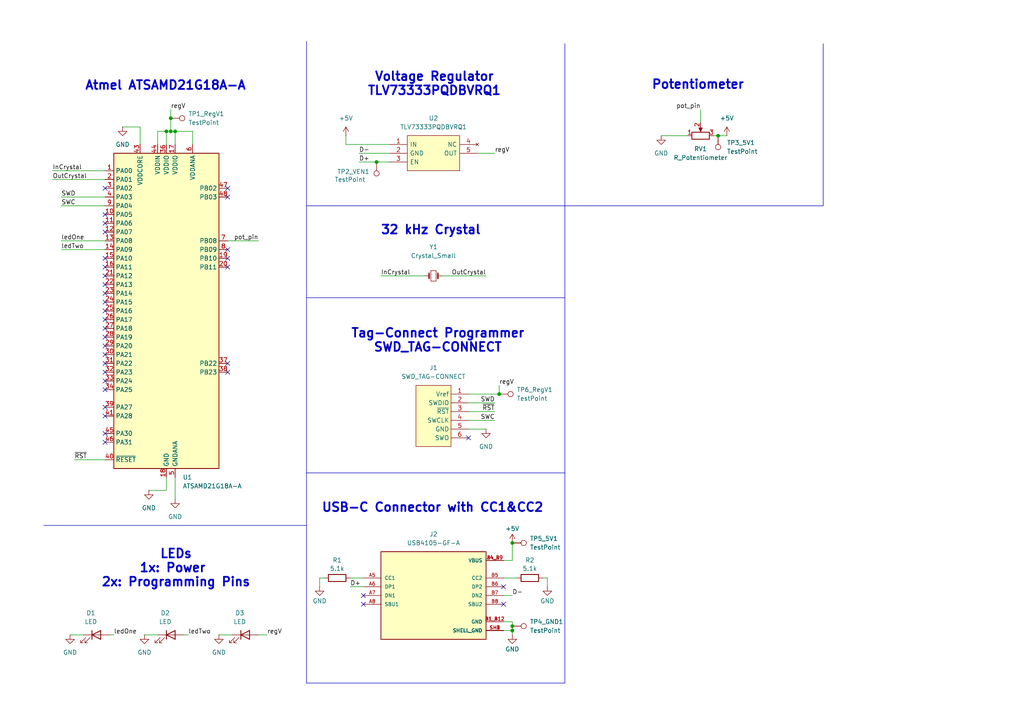
<source format=kicad_sch>
(kicad_sch (version 20231120) (generator "eeschema") (generator_version "8.0")
  (paper "A4")
  (lib_symbols
    (symbol "Connector:TestPoint" (pin_numbers hide) (pin_names (offset 0.762) hide)
      (property "Reference" "TP" (at 0 6.858 0))
      (property "Value" "TestPoint" (at 0 5.08 0))
      (symbol "TestPoint_0_1"
        (circle (center 0 3.302) (radius 0.762))
      )
      (symbol "TestPoint_1_1"
        (pin passive line (at 0 0 90) (length 2.54) (name "1") (number "1"))
      )
    )
    (symbol "Device:Crystal_Small" (pin_numbers hide) (pin_names (offset 1.016) hide)
      (property "Reference" "Y" (at 0 2.54 0))
      (property "Value" "Crystal_Small" (at 0 -2.54 0))
      (symbol "Crystal_Small_0_1"
        (rectangle (start -0.762 -1.524) (end 0.762 1.524))
        (polyline (pts (xy -1.27 -0.762) (xy -1.27 0.762)) (stroke (width 0.381)))
        (polyline (pts (xy 1.27 -0.762) (xy 1.27 0.762)) (stroke (width 0.381)))
      )
      (symbol "Crystal_Small_1_1"
        (pin passive line (at -2.54 0 0) (length 1.27) (name "1") (number "1"))
        (pin passive line (at 2.54 0 180) (length 1.27) (name "2") (number "2"))
      )
    )
    (symbol "Device:LED" (pin_numbers hide) (pin_names (offset 1.016) hide)
      (property "Reference" "D" (at 0 2.54 0))
      (property "Value" "LED" (at 0 -2.54 0))
      (symbol "LED_0_1"
        (polyline (pts (xy -1.27 -1.27) (xy -1.27 1.27)) (stroke (width 0.254)))
        (polyline (pts (xy -1.27 0) (xy 1.27 0)))
        (polyline (pts (xy 1.27 -1.27) (xy 1.27 1.27) (xy -1.27 0) (xy 1.27 -1.27)) (stroke (width 0.254)))
        (polyline (pts (xy -3.048 -0.762) (xy -4.572 -2.286) (xy -3.81 -2.286) (xy -4.572 -2.286) (xy -4.572 -1.524)))
        (polyline (pts (xy -1.778 -0.762) (xy -3.302 -2.286) (xy -2.54 -2.286) (xy -3.302 -2.286) (xy -3.302 -1.524)))
      )
      (symbol "LED_1_1"
        (pin passive line (at -3.81 0 0) (length 2.54) (name "K") (number "1"))
        (pin passive line (at 3.81 0 180) (length 2.54) (name "A") (number "2"))
      )
    )
    (symbol "Device:R" (pin_numbers hide) (pin_names (offset 0))
      (property "Reference" "R" (at 2.032 0 90))
      (property "Value" "R" (at 0 0 90))
      (symbol "R_0_1"
        (rectangle (start -1.016 -2.54) (end 1.016 2.54) (stroke (width 0.254)))
      )
      (symbol "R_1_1"
        (pin passive line (at 0 3.81 270) (length 1.27) (name "~") (number "1"))
        (pin passive line (at 0 -3.81 90) (length 1.27) (name "~") (number "2"))
      )
    )
    (symbol "Device:R_Potentiometer" (pin_names (offset 1.016) hide)
      (property "Reference" "RV" (at -4.445 0 90))
      (property "Value" "R_Potentiometer" (at -2.54 0 90))
      (symbol "R_Potentiometer_0_1"
        (polyline (pts (xy 2.54 0) (xy 1.524 0)))
        (polyline (pts (xy 1.143 0) (xy 2.286 0.508) (xy 2.286 -0.508) (xy 1.143 0)) (fill (type outline)))
        (rectangle (start 1.016 2.54) (end -1.016 -2.54) (stroke (width 0.254)))
      )
      (symbol "R_Potentiometer_1_1"
        (pin passive line (at 0 3.81 270) (length 1.27) (name "1") (number "1"))
        (pin passive line (at 3.81 0 180) (length 1.27) (name "2") (number "2"))
        (pin passive line (at 0 -3.81 90) (length 1.27) (name "3") (number "3"))
      )
    )
    (symbol "MCU_Microchip_SAMD:ATSAMD21G18A-A"
      (property "Reference" "U" (at -13.97 46.99 0))
      (property "Value" "ATSAMD21G18A-A" (at 16.51 46.99 0))
      (symbol "ATSAMD21G18A-A_0_1"
        (rectangle (start -15.24 45.72) (end 15.24 -45.72) (stroke (width 0.254)) (fill (type background)))
      )
      (symbol "ATSAMD21G18A-A_1_1"
        (pin bidirectional line (at -17.78 40.64 0) (length 2.54) (name "PA00") (number "1"))
        (pin bidirectional line (at -17.78 27.94 0) (length 2.54) (name "PA05") (number "10"))
        (pin bidirectional line (at -17.78 25.4 0) (length 2.54) (name "PA06") (number "11"))
        (pin bidirectional line (at -17.78 22.86 0) (length 2.54) (name "PA07") (number "12"))
        (pin bidirectional line (at -17.78 20.32 0) (length 2.54) (name "PA08") (number "13"))
        (pin bidirectional line (at -17.78 17.78 0) (length 2.54) (name "PA09") (number "14"))
        (pin bidirectional line (at -17.78 15.24 0) (length 2.54) (name "PA10") (number "15"))
        (pin bidirectional line (at -17.78 12.7 0) (length 2.54) (name "PA11") (number "16"))
        (pin power_in line (at 2.54 48.26 270) (length 2.54) (name "VDDIO") (number "17"))
        (pin power_in line (at 0 -48.26 90) (length 2.54) (name "GND") (number "18"))
        (pin bidirectional line (at 17.78 15.24 180) (length 2.54) (name "PB10") (number "19"))
        (pin bidirectional line (at -17.78 38.1 0) (length 2.54) (name "PA01") (number "2"))
        (pin bidirectional line (at 17.78 12.7 180) (length 2.54) (name "PB11") (number "20"))
        (pin bidirectional line (at -17.78 10.16 0) (length 2.54) (name "PA12") (number "21"))
        (pin bidirectional line (at -17.78 7.62 0) (length 2.54) (name "PA13") (number "22"))
        (pin bidirectional line (at -17.78 5.08 0) (length 2.54) (name "PA14") (number "23"))
        (pin bidirectional line (at -17.78 2.54 0) (length 2.54) (name "PA15") (number "24"))
        (pin bidirectional line (at -17.78 0 0) (length 2.54) (name "PA16") (number "25"))
        (pin bidirectional line (at -17.78 -2.54 0) (length 2.54) (name "PA17") (number "26"))
        (pin bidirectional line (at -17.78 -5.08 0) (length 2.54) (name "PA18") (number "27"))
        (pin bidirectional line (at -17.78 -7.62 0) (length 2.54) (name "PA19") (number "28"))
        (pin bidirectional line (at -17.78 -10.16 0) (length 2.54) (name "PA20") (number "29"))
        (pin bidirectional line (at -17.78 35.56 0) (length 2.54) (name "PA02") (number "3"))
        (pin bidirectional line (at -17.78 -12.7 0) (length 2.54) (name "PA21") (number "30"))
        (pin bidirectional line (at -17.78 -15.24 0) (length 2.54) (name "PA22") (number "31"))
        (pin bidirectional line (at -17.78 -17.78 0) (length 2.54) (name "PA23") (number "32"))
        (pin bidirectional line (at -17.78 -20.32 0) (length 2.54) (name "PA24") (number "33"))
        (pin bidirectional line (at -17.78 -22.86 0) (length 2.54) (name "PA25") (number "34"))
        (pin passive line (at 0 -48.26 90) (length 2.54) hide (name "GND") (number "35"))
        (pin power_in line (at 0 48.26 270) (length 2.54) (name "VDDIO") (number "36"))
        (pin bidirectional line (at 17.78 -15.24 180) (length 2.54) (name "PB22") (number "37"))
        (pin bidirectional line (at 17.78 -17.78 180) (length 2.54) (name "PB23") (number "38"))
        (pin bidirectional line (at -17.78 -27.94 0) (length 2.54) (name "PA27") (number "39"))
        (pin bidirectional line (at -17.78 33.02 0) (length 2.54) (name "PA03") (number "4"))
        (pin input line (at -17.78 -43.18 0) (length 2.54) (name "~{RESET}") (number "40"))
        (pin bidirectional line (at -17.78 -30.48 0) (length 2.54) (name "PA28") (number "41"))
        (pin passive line (at 0 -48.26 90) (length 2.54) hide (name "GND") (number "42"))
        (pin power_out line (at -7.62 48.26 270) (length 2.54) (name "VDDCORE") (number "43"))
        (pin power_in line (at -2.54 48.26 270) (length 2.54) (name "VDDIN") (number "44"))
        (pin bidirectional line (at -17.78 -35.56 0) (length 2.54) (name "PA30") (number "45"))
        (pin bidirectional line (at -17.78 -38.1 0) (length 2.54) (name "PA31") (number "46"))
        (pin bidirectional line (at 17.78 35.56 180) (length 2.54) (name "PB02") (number "47"))
        (pin bidirectional line (at 17.78 33.02 180) (length 2.54) (name "PB03") (number "48"))
        (pin power_in line (at 2.54 -48.26 90) (length 2.54) (name "GNDANA") (number "5"))
        (pin power_in line (at 7.62 48.26 270) (length 2.54) (name "VDDANA") (number "6"))
        (pin bidirectional line (at 17.78 20.32 180) (length 2.54) (name "PB08") (number "7"))
        (pin bidirectional line (at 17.78 17.78 180) (length 2.54) (name "PB09") (number "8"))
        (pin bidirectional line (at -17.78 30.48 0) (length 2.54) (name "PA04") (number "9"))
      )
    )
    (symbol "hcipcb:SWD_TAG-CONNECT"
      (property "Reference" "J" (at 0 10.16 0))
      (property "Value" "SWD_TAG-CONNECT" (at 1.27 12.7 0))
      (symbol "SWD_TAG-CONNECT_0_0"
        (pin passive line (at 10.16 6.35 180) (length 5.08) (name "Vref") (number "1"))
        (pin passive line (at 10.16 3.81 180) (length 5.08) (name "SWDIO") (number "2"))
        (pin passive line (at 10.16 1.27 180) (length 5.08) (name "~{RST}") (number "3"))
        (pin passive line (at 10.16 -1.27 180) (length 5.08) (name "SWCLK") (number "4"))
        (pin passive line (at 10.16 -3.81 180) (length 5.08) (name "GND") (number "5"))
        (pin passive line (at 10.16 -6.35 180) (length 5.08) (name "SWO") (number "6"))
      )
      (symbol "SWD_TAG-CONNECT_0_1"
        (polyline (pts (xy 5.08 8.89) (xy -5.08 8.89) (xy -5.08 -8.89) (xy 5.08 -8.89) (xy 5.08 8.89)) (stroke (width 0.1524)) (fill (type background)))
      )
    )
    (symbol "hcipcb:TLV73333PQDBVRQ1" (pin_names (offset 0.762))
      (property "Reference" "U" (at 21.59 7.62 0))
      (property "Value" "TLV73333PQDBVRQ1" (at 21.59 5.08 0))
      (symbol "TLV73333PQDBVRQ1_0_0"
        (pin passive line (at 0 0 0) (length 5.08) (name "IN") (number "1"))
        (pin passive line (at 0 -2.54 0) (length 5.08) (name "GND") (number "2"))
        (pin passive line (at 0 -5.08 0) (length 5.08) (name "EN") (number "3"))
        (pin no_connect line (at 25.4 0 180) (length 5.08) (name "NC") (number "4"))
        (pin passive line (at 25.4 -2.54 180) (length 5.08) (name "OUT") (number "5"))
      )
      (symbol "TLV73333PQDBVRQ1_0_1"
        (polyline (pts (xy 5.08 2.54) (xy 20.32 2.54) (xy 20.32 -7.62) (xy 5.08 -7.62) (xy 5.08 2.54)) (stroke (width 0.1524)) (fill (type background)))
      )
    )
    (symbol "hcipcb:USB4105-GF-A" (pin_names (offset 1.016))
      (property "Reference" "J" (at -15.24 13.97 0))
      (property "Value" "USB4105-GF-A" (at -15.24 -15.24 0))
      (symbol "USB4105-GF-A_0_0"
        (rectangle (start -15.24 -12.7) (end 15.24 12.7) (stroke (width 0.254)) (fill (type background)))
        (pin power_in line (at 20.32 -7.62 180) (length 5.08) (name "GND") (number "A1_B12"))
        (pin power_in line (at 20.32 10.16 180) (length 5.08) (name "VBUS") (number "A4_B9"))
        (pin bidirectional line (at -20.32 5.08 0) (length 5.08) (name "CC1") (number "A5"))
        (pin bidirectional line (at -20.32 2.54 0) (length 5.08) (name "DP1") (number "A6"))
        (pin bidirectional line (at -20.32 0 0) (length 5.08) (name "DN1") (number "A7"))
        (pin bidirectional line (at -20.32 -2.54 0) (length 5.08) (name "SBU1") (number "A8"))
        (pin power_in line (at 20.32 -7.62 180) (length 5.08) (name "GND") (number "B1_A12"))
        (pin power_in line (at 20.32 10.16 180) (length 5.08) (name "VBUS") (number "B4_A9"))
        (pin bidirectional line (at 20.32 5.08 180) (length 5.08) (name "CC2") (number "B5"))
        (pin bidirectional line (at 20.32 2.54 180) (length 5.08) (name "DP2") (number "B6"))
        (pin bidirectional line (at 20.32 0 180) (length 5.08) (name "DN2") (number "B7"))
        (pin bidirectional line (at 20.32 -2.54 180) (length 5.08) (name "SBU2") (number "B8"))
        (pin power_in line (at 20.32 -10.16 180) (length 5.08) (name "SHELL_GND") (number "SH1"))
        (pin power_in line (at 20.32 -10.16 180) (length 5.08) (name "SHELL_GND") (number "SH2"))
        (pin power_in line (at 20.32 -10.16 180) (length 5.08) (name "SHELL_GND") (number "SH3"))
        (pin power_in line (at 20.32 -10.16 180) (length 5.08) (name "SHELL_GND") (number "SH4"))
      )
    )
    (symbol "power:+5V" (power) (pin_numbers hide) (pin_names (offset 0) hide)
      (property "Value" "+5V" (at 0 3.556 0))
      (symbol "+5V_0_1"
        (polyline (pts (xy -0.762 1.27) (xy 0 2.54)))
        (polyline (pts (xy 0 0) (xy 0 2.54)))
        (polyline (pts (xy 0 2.54) (xy 0.762 1.27)))
      )
      (symbol "+5V_1_1"
        (pin power_in line (at 0 0 90) (length 0) (name "~") (number "1"))
      )
    )
    (symbol "power:GND" (power) (pin_numbers hide) (pin_names (offset 0) hide)
      (property "Value" "GND" (at 0 -3.81 0))
      (symbol "GND_0_1"
        (polyline (pts (xy 0 0) (xy 0 -1.27) (xy 1.27 -1.27) (xy 0 -2.54) (xy -1.27 -1.27) (xy 0 -1.27)))
      )
      (symbol "GND_1_1"
        (pin power_in line (at 0 0 270) (length 0) (name "~") (number "1"))
      )
    )
  )
  (junction (at 148.59 182.88))
  (junction (at 148.59 181.61))
  (junction (at 109.22 46.99))
  (junction (at 48.26 38.1))
  (junction (at 49.53 34.29))
  (junction (at 144.78 114.3))
  (junction (at 208.28 39.37))
  (junction (at 148.59 157.48))
  (junction (at 50.8 38.1))
  (junction (at 49.53 38.1))
  (no_connect (at 30.48 67.31))
  (no_connect (at 105.41 175.26))
  (no_connect (at 30.48 120.65))
  (no_connect (at 66.04 105.41))
  (no_connect (at 30.48 118.11))
  (no_connect (at 66.04 107.95))
  (no_connect (at 30.48 113.03))
  (no_connect (at 30.48 125.73))
  (no_connect (at 30.48 62.23))
  (no_connect (at 66.04 57.15))
  (no_connect (at 30.48 92.71))
  (no_connect (at 66.04 72.39))
  (no_connect (at 30.48 85.09))
  (no_connect (at 105.41 172.72))
  (no_connect (at 30.48 80.01))
  (no_connect (at 30.48 105.41))
  (no_connect (at 30.48 74.93))
  (no_connect (at 30.48 82.55))
  (no_connect (at 135.89 127))
  (no_connect (at 30.48 77.47))
  (no_connect (at 66.04 74.93))
  (no_connect (at 30.48 95.25))
  (no_connect (at 30.48 100.33))
  (no_connect (at 66.04 54.61))
  (no_connect (at 146.05 175.26))
  (no_connect (at 30.48 107.95))
  (no_connect (at 30.48 128.27))
  (no_connect (at 146.05 170.18))
  (no_connect (at 30.48 64.77))
  (no_connect (at 66.04 77.47))
  (no_connect (at 30.48 102.87))
  (no_connect (at 30.48 90.17))
  (no_connect (at 30.48 97.79))
  (no_connect (at 30.48 54.61))
  (no_connect (at 30.48 110.49))
  (no_connect (at 30.48 87.63))
  (wire (pts (xy 101.6 170.18) (xy 105.41 170.18)))
  (wire (pts (xy 49.53 38.1) (xy 50.8 38.1)))
  (polyline (pts (xy 163.83 59.69) (xy 163.83 12.7)))
  (wire (pts (xy 40.64 41.91) (xy 40.64 36.83)))
  (wire (pts (xy 100.33 41.91) (xy 113.03 41.91)))
  (wire (pts (xy 128.27 80.01) (xy 140.97 80.01)))
  (wire (pts (xy 146.05 167.64) (xy 149.86 167.64)))
  (wire (pts (xy 148.59 157.48) (xy 148.59 162.56)))
  (wire (pts (xy 45.72 38.1) (xy 48.26 38.1)))
  (polyline (pts (xy 238.76 59.69) (xy 163.83 59.69)))
  (wire (pts (xy 104.14 44.45) (xy 113.03 44.45)))
  (wire (pts (xy 135.89 119.38) (xy 143.51 119.38)))
  (polyline (pts (xy 163.83 198.12) (xy 88.9 198.12)))
  (wire (pts (xy 191.77 39.37) (xy 199.39 39.37)))
  (wire (pts (xy 49.53 31.75) (xy 49.53 34.29)))
  (wire (pts (xy 104.14 46.99) (xy 109.22 46.99)))
  (wire (pts (xy 146.05 182.88) (xy 148.59 182.88)))
  (wire (pts (xy 66.04 69.85) (xy 74.93 69.85)))
  (wire (pts (xy 63.5 184.15) (xy 67.31 184.15)))
  (wire (pts (xy 15.24 49.53) (xy 30.48 49.53)))
  (wire (pts (xy 31.75 184.15) (xy 33.02 184.15)))
  (polyline (pts (xy 163.83 86.36) (xy 163.83 59.69)))
  (wire (pts (xy 48.26 41.91) (xy 48.26 38.1)))
  (wire (pts (xy 109.22 46.99) (xy 113.03 46.99)))
  (wire (pts (xy 93.98 167.64) (xy 92.71 167.64)))
  (polyline (pts (xy 163.83 59.69) (xy 88.9 59.69)))
  (wire (pts (xy 105.41 167.64) (xy 101.6 167.64)))
  (wire (pts (xy 158.75 167.64) (xy 158.75 170.18)))
  (polyline (pts (xy 88.9 137.16) (xy 163.83 137.16)))
  (wire (pts (xy 148.59 181.61) (xy 148.59 182.88)))
  (wire (pts (xy 135.89 121.92) (xy 143.51 121.92)))
  (wire (pts (xy 50.8 138.43) (xy 50.8 144.78)))
  (wire (pts (xy 146.05 172.72) (xy 148.59 172.72)))
  (polyline (pts (xy 88.9 198.12) (xy 88.9 137.16)))
  (wire (pts (xy 208.28 39.37) (xy 210.82 39.37)))
  (wire (pts (xy 48.26 38.1) (xy 49.53 38.1)))
  (polyline (pts (xy 163.83 137.16) (xy 163.83 86.36)))
  (wire (pts (xy 138.43 44.45) (xy 143.51 44.45)))
  (polyline (pts (xy 163.83 137.16) (xy 163.83 198.12)))
  (polyline (pts (xy 88.9 86.36) (xy 163.83 86.36)))
  (wire (pts (xy 144.78 114.3) (xy 135.89 114.3)))
  (wire (pts (xy 92.71 167.64) (xy 92.71 170.18)))
  (wire (pts (xy 21.59 133.35) (xy 30.48 133.35)))
  (wire (pts (xy 15.24 52.07) (xy 30.48 52.07)))
  (wire (pts (xy 20.32 184.15) (xy 24.13 184.15)))
  (wire (pts (xy 49.53 34.29) (xy 49.53 38.1)))
  (wire (pts (xy 203.2 31.75) (xy 203.2 35.56)))
  (wire (pts (xy 17.78 59.69) (xy 30.48 59.69)))
  (wire (pts (xy 144.78 111.76) (xy 144.78 114.3)))
  (wire (pts (xy 48.26 142.24) (xy 43.18 142.24)))
  (wire (pts (xy 74.93 184.15) (xy 77.47 184.15)))
  (wire (pts (xy 17.78 57.15) (xy 30.48 57.15)))
  (wire (pts (xy 135.89 124.46) (xy 140.97 124.46)))
  (wire (pts (xy 148.59 182.88) (xy 148.59 184.15)))
  (wire (pts (xy 207.01 39.37) (xy 208.28 39.37)))
  (wire (pts (xy 50.8 38.1) (xy 55.88 38.1)))
  (wire (pts (xy 50.8 41.91) (xy 50.8 38.1)))
  (wire (pts (xy 135.89 116.84) (xy 143.51 116.84)))
  (wire (pts (xy 157.48 167.64) (xy 158.75 167.64)))
  (wire (pts (xy 148.59 180.34) (xy 148.59 181.61)))
  (wire (pts (xy 41.91 184.15) (xy 45.72 184.15)))
  (wire (pts (xy 17.78 69.85) (xy 30.48 69.85)))
  (polyline (pts (xy 238.76 59.69) (xy 238.76 12.7)))
  (wire (pts (xy 110.49 80.01) (xy 123.19 80.01)))
  (wire (pts (xy 45.72 41.91) (xy 45.72 38.1)))
  (wire (pts (xy 55.88 38.1) (xy 55.88 41.91)))
  (wire (pts (xy 17.78 72.39) (xy 30.48 72.39)))
  (wire (pts (xy 146.05 162.56) (xy 148.59 162.56)))
  (wire (pts (xy 100.33 39.37) (xy 100.33 41.91)))
  (wire (pts (xy 40.64 36.83) (xy 35.56 36.83)))
  (wire (pts (xy 146.05 180.34) (xy 148.59 180.34)))
  (wire (pts (xy 48.26 138.43) (xy 48.26 142.24)))
  (wire (pts (xy 53.34 184.15) (xy 54.61 184.15)))
  (polyline (pts (xy 12.7 152.4) (xy 88.9 152.4)))
  (polyline (pts (xy 88.9 137.16) (xy 88.9 11.9873)))
  (text "32 kHz Crystal" (at 124.968 66.802 0) (effects (font (size 2.54 2.54) (thickness 0.508) (bold yes))))
  (text "Voltage Regulator\nTLV73333PQDBVRQ1" (at 125.984 24.384 0) (effects (font (size 2.54 2.54) (thickness 0.508) (bold yes))))
  (text "LEDs\n1x: Power \n2x: Programming Pins\n" (at 51.054 164.846 0) (effects (font (size 2.54 2.54) (thickness 0.508) (bold yes))))
  (text "Potentiometer" (at 202.438 24.638 0) (effects (font (size 2.54 2.54) (thickness 0.508) (bold yes))))
  (text "Tag-Connect Programmer\nSWD_TAG-CONNECT\n" (at 127 98.806 0) (effects (font (size 2.54 2.54) (thickness 0.508) (bold yes))))
  (text "USB-C Connector with CC1&CC2\n" (at 125.476 147.32 0) (effects (font (size 2.54 2.54) (thickness 0.508) (bold yes))))
  (text "Atmel ATSAMD21G18A-A" (at 48.006 24.892 0) (effects (font (size 2.54 2.54) (thickness 0.508) (bold yes))))
  (label "SWC" (at 143.51 121.92 180))
  (label "InCrystal" (at 15.24 49.53 0))
  (label "ledTwo" (at 17.78 72.39 0))
  (label "regV" (at 144.78 111.76 0))
  (label "~{RST}" (at 143.51 119.38 180))
  (label "pot_pin" (at 203.2 31.75 180))
  (label "SWC" (at 17.78 59.69 0))
  (label "OutCrystal" (at 140.97 80.01 180))
  (label "D+" (at 101.6 170.18 0))
  (label "ledTwo" (at 54.61 184.15 0))
  (label "pot_pin" (at 74.93 69.85 180))
  (label "SWD" (at 17.78 57.15 0))
  (label "D-" (at 148.59 172.72 0))
  (label "ledOne" (at 33.02 184.15 0))
  (label "regV" (at 77.47 184.15 0))
  (label "SWD" (at 143.51 116.84 180))
  (label "~{RST}" (at 21.59 133.35 0))
  (label "ledOne" (at 17.78 69.85 0))
  (label "D-" (at 104.14 44.45 0))
  (label "regV" (at 143.51 44.45 0))
  (label "OutCrystal" (at 15.24 52.07 0))
  (label "regV" (at 49.53 31.75 0))
  (label "D+" (at 104.14 46.99 0))
  (label "InCrystal" (at 110.49 80.01 0))
  (symbol (lib_id "Connector:TestPoint") (at 144.78 114.3 270) (unit 1)
    (property "Reference" "TP6_RegV1" (at 149.86 113.0299 90) (effects (justify left)))
    (property "Value" "TestPoint" (at 149.86 115.5699 90) (effects (justify left)))
    (property "Description" "test point" (effects (hide yes)))
  )
  (symbol (lib_id "power:GND") (at 191.77 39.37 0) (unit 1)
    (property "Reference" "#PWR0113" (effects (hide yes)))
    (property "Value" "GND" (at 191.77 44.45 0))
    (property "Description" "Power symbol creates a global label with name \"GND\" , ground" (effects (hide yes)))
  )
  (symbol (lib_id "Connector:TestPoint") (at 49.53 34.29 270) (unit 1)
    (property "Reference" "TP1_RegV1" (at 54.61 33.0199 90) (effects (justify left)))
    (property "Value" "TestPoint" (at 54.61 35.5599 90) (effects (justify left)))
    (property "Description" "test point" (effects (hide yes)))
  )
  (symbol (lib_id "Device:LED") (at 27.94 184.15 0) (unit 1)
    (property "Reference" "D1" (at 26.3525 177.8 0))
    (property "Value" "LED" (at 26.3525 180.34 0))
    (property "Footprint" "LED_SMD:LED_0603_1608Metric_Pad1.05x0.95mm_HandSolder" (effects (hide yes)))
    (property "Description" "Light emitting diode" (effects (hide yes)))
  )
  (symbol (lib_id "Device:LED") (at 49.53 184.15 0) (unit 1)
    (property "Reference" "D2" (at 47.9425 177.8 0))
    (property "Value" "LED" (at 47.9425 180.34 0))
    (property "Footprint" "LED_SMD:LED_0603_1608Metric_Pad1.05x0.95mm_HandSolder" (effects (hide yes)))
    (property "Description" "Light emitting diode" (effects (hide yes)))
  )
  (symbol (lib_id "Connector:TestPoint") (at 208.28 39.37 180) (unit 1)
    (property "Reference" "TP3_5V1" (at 210.82 41.4019 0) (effects (justify right)))
    (property "Value" "TestPoint" (at 210.82 43.9419 0) (effects (justify right)))
    (property "Description" "test point" (effects (hide yes)))
  )
  (symbol (lib_id "power:GND") (at 35.56 36.83 0) (unit 1)
    (property "Reference" "#PWR0102" (effects (hide yes)))
    (property "Value" "GND" (at 35.56 41.91 0))
    (property "Description" "Power symbol creates a global label with name \"GND\" , ground" (effects (hide yes)))
  )
  (symbol (lib_id "Connector:TestPoint") (at 148.59 157.48 270) (unit 1)
    (property "Reference" "TP5_5V1" (at 153.67 156.2099 90) (effects (justify left)))
    (property "Value" "TestPoint" (at 153.67 158.7499 90) (effects (justify left)))
    (property "Description" "test point" (effects (hide yes)))
  )
  (symbol (lib_id "power:GND") (at 50.8 144.78 0) (unit 1)
    (property "Reference" "#PWR0108" (effects (hide yes)))
    (property "Value" "GND" (at 50.8 149.86 0))
    (property "Description" "Power symbol creates a global label with name \"GND\" , ground" (effects (hide yes)))
  )
  (symbol (lib_id "power:+5V") (at 100.33 39.37 0) (unit 1)
    (property "Reference" "#PWR0101" (effects (hide yes)))
    (property "Value" "+5V" (at 100.33 34.29 0))
    (property "Description" "Power symbol creates a global label with name \"+5V\"" (effects (hide yes)))
  )
  (symbol (lib_id "Device:Crystal_Small") (at 125.73 80.01 0) (unit 1)
    (property "Reference" "Y1" (at 125.73 71.628 0))
    (property "Value" "Crystal_Small" (at 125.73 74.168 0))
    (property "Footprint" "Crystal:Crystal_SMD_3215-2Pin_3.2x1.5mm" (effects (hide yes)))
    (property "Description" "Two pin crystal, small symbol" (effects (hide yes)))
  )
  (symbol (lib_id "hcipcb:TLV73333PQDBVRQ1") (at 113.03 41.91 0) (unit 1)
    (property "Reference" "U2" (at 125.73 34.29 0))
    (property "Value" "TLV73333PQDBVRQ1" (at 125.73 36.83 0))
    (property "Footprint" "hcipcb:SOT95P280X145-5N" (effects (hide yes)))
    (property "Datasheet" "http://www.ti.com/lit/gpn/TLV733P-Q1" (effects (hide yes)))
    (property "Description" "Automotive capacitor-free 300-mA LDO regulator with foldback current limit for portable devices" (effects (hide yes)))
    (property "Order link" "https://www.mouser.com/ProductDetail/Texas-Instruments/TLV73333PQDBVRQ1?qs=9r4v7xj2LnnYANXVL3PB4Q%3D%3D" (effects (hide yes)))
  )
  (symbol (lib_id "power:GND") (at 158.75 170.18 0) (unit 1)
    (property "Reference" "#PWR0107" (effects (hide yes)))
    (property "Value" "GND" (at 158.75 174.3131 0))
    (property "Description" "Power symbol creates a global label with name \"GND\" , ground" (effects (hide yes)))
  )
  (symbol (lib_id "power:GND") (at 148.59 184.15 0) (unit 1)
    (property "Reference" "#PWR0105" (effects (hide yes)))
    (property "Value" "GND" (at 148.59 188.2831 0))
    (property "Description" "Power symbol creates a global label with name \"GND\" , ground" (effects (hide yes)))
  )
  (symbol (lib_id "power:GND") (at 41.91 184.15 0) (unit 1)
    (property "Reference" "#PWR0111" (effects (hide yes)))
    (property "Value" "GND" (at 41.91 189.23 0))
    (property "Description" "Power symbol creates a global label with name \"GND\" , ground" (effects (hide yes)))
  )
  (symbol (lib_id "power:+5V") (at 210.82 39.37 0) (unit 1)
    (property "Reference" "#PWR0114" (effects (hide yes)))
    (property "Value" "+5V" (at 210.82 34.29 0))
    (property "Description" "Power symbol creates a global label with name \"+5V\"" (effects (hide yes)))
  )
  (symbol (lib_id "MCU_Microchip_SAMD:ATSAMD21G18A-A") (at 48.26 90.17 0) (unit 1)
    (property "Reference" "U1" (at 52.9941 138.43 0) (effects (justify left)))
    (property "Value" "ATSAMD21G18A-A" (at 52.9941 140.97 0) (effects (justify left)))
    (property "Footprint" "Package_QFP:TQFP-48_7x7mm_P0.5mm" (effects (hide yes)))
    (property "Datasheet" "http://ww1.microchip.com/downloads/en/DeviceDoc/SAM_D21_DA1_Family_Data%20Sheet_DS40001882E.pdf" (effects (hide yes)))
    (property "Description" "SAM D21 Microchip SMART ARM-based Flash MCU, 48Mhz, 256K Flash, 32K SRAM, TQFP-48" (effects (hide yes)))
  )
  (symbol (lib_id "Device:R") (at 97.79 167.64 270) (mirror x) (unit 1)
    (property "Reference" "R1" (at 97.79 162.4795 90))
    (property "Value" "5.1k" (at 97.79 164.9038 90))
    (property "Footprint" "Resistor_SMD:R_0805_2012Metric_Pad1.20x1.40mm_HandSolder" (effects (hide yes)))
    (property "Datasheet" "https://www.mouser.com/datasheet/2/447/PYu_RC_Group_51_RoHS_L_11-1984063.pdf" (effects (hide yes)))
    (property "Description" "Resistor" (effects (hide yes)))
    (property "Order link" "https://www.mouser.com/ProductDetail/603-RC0805JR-135K1L" (effects (hide yes)))
    (property "Part number" "RC0805JR-135K1L" (effects (hide yes)))
  )
  (symbol (lib_id "power:+5V") (at 148.59 157.48 0) (unit 1)
    (property "Reference" "#PWR0104" (effects (hide yes)))
    (property "Value" "+5V" (at 148.59 153.3469 0))
    (property "Description" "Power symbol creates a global label with name \"+5V\"" (effects (hide yes)))
  )
  (symbol (lib_id "Device:R") (at 153.67 167.64 270) (mirror x) (unit 1)
    (property "Reference" "R2" (at 153.67 162.4795 90))
    (property "Value" "5.1k" (at 153.67 164.9038 90))
    (property "Footprint" "Resistor_SMD:R_0805_2012Metric_Pad1.20x1.40mm_HandSolder" (effects (hide yes)))
    (property "Datasheet" "https://www.mouser.com/datasheet/2/447/PYu_RC_Group_51_RoHS_L_11-1984063.pdf" (effects (hide yes)))
    (property "Description" "Resistor" (effects (hide yes)))
    (property "Order link" "https://www.mouser.com/ProductDetail/603-RC0805JR-135K1L" (effects (hide yes)))
    (property "Part number" "RC0805JR-135K1L" (effects (hide yes)))
  )
  (symbol (lib_id "Connector:TestPoint") (at 109.22 46.99 180) (unit 1)
    (property "Reference" "TP2_VEN1" (at 97.79 49.784 0) (effects (justify right)))
    (property "Value" "TestPoint" (at 97.028 52.07 0) (effects (justify right)))
    (property "Description" "test point" (effects (hide yes)))
  )
  (symbol (lib_id "power:GND") (at 92.71 170.18 0) (mirror y) (unit 1)
    (property "Reference" "#PWR0106" (effects (hide yes)))
    (property "Value" "GND" (at 92.71 174.3131 0))
    (property "Description" "Power symbol creates a global label with name \"GND\" , ground" (effects (hide yes)))
  )
  (symbol (lib_id "hcipcb:USB4105-GF-A") (at 125.73 172.72 0) (unit 1)
    (property "Reference" "J2" (at 125.73 154.94 0))
    (property "Value" "USB4105-GF-A" (at 125.73 157.48 0))
    (property "Footprint" "hcipcb:GCT_USB4105-GF-A" (effects (hide yes)))
    (property "Datasheet" "https://www.mouser.com/datasheet/2/837/Global_Connector_Technology_usb4105-3106202.pdf" (effects (hide yes)))
    (property "Description" "USB-C (USB TYPE-C) USB 2.0 Receptacle Connector 24 (16+8 Dummy) Position Surface Mount, Right Angle; Through Hole" (effects (hide yes)))
    (property "Order link" "https://www.mouser.com/ProductDetail/GCT/USB4105-GF-A?qs=KUoIvG%2F9IlY%2FMLlBMpStpA%3D%3D" (effects (hide yes)))
  )
  (symbol (lib_id "power:GND") (at 140.97 124.46 0) (unit 1)
    (property "Reference" "#PWR0103" (effects (hide yes)))
    (property "Value" "GND" (at 140.97 129.54 0))
    (property "Description" "Power symbol creates a global label with name \"GND\" , ground" (effects (hide yes)))
  )
  (symbol (lib_id "Device:R_Potentiometer") (at 203.2 39.37 90) (unit 1)
    (property "Reference" "RV1" (at 203.2 43.18 90))
    (property "Value" "R_Potentiometer" (at 203.2 45.72 90))
    (property "Footprint" "Potentiometer_THT:Potentiometer_Bourns_3339P_Vertical_HandSoldering" (effects (hide yes)))
    (property "Description" "Potentiometer" (effects (hide yes)))
  )
  (symbol (lib_id "power:GND") (at 63.5 184.15 0) (unit 1)
    (property "Reference" "#PWR0109" (effects (hide yes)))
    (property "Value" "GND" (at 63.5 189.23 0))
    (property "Description" "Power symbol creates a global label with name \"GND\" , ground" (effects (hide yes)))
  )
  (symbol (lib_id "hcipcb:SWD_TAG-CONNECT") (at 125.73 120.65 0) (unit 1)
    (property "Reference" "J1" (at 125.73 106.68 0))
    (property "Value" "SWD_TAG-CONNECT" (at 125.73 109.22 0))
    (property "Footprint" "Connector:Tag-Connect_TC2030-IDC-FP_2x03_P1.27mm_Vertical" (effects (hide yes)))
    (property "Datasheet" "https://www.tag-connect.com/wp-content/uploads/bsk-pdf-manager/TC2030-CTX_1.pdf" (effects (hide yes)))
    (property "Description" "Tag connect programming port" (effects (hide yes)))
  )
  (symbol (lib_id "Device:LED") (at 71.12 184.15 0) (unit 1)
    (property "Reference" "D3" (at 69.5325 177.8 0))
    (property "Value" "LED" (at 69.5325 180.34 0))
    (property "Footprint" "LED_SMD:LED_0603_1608Metric_Pad1.05x0.95mm_HandSolder" (effects (hide yes)))
    (property "Description" "Light emitting diode" (effects (hide yes)))
  )
  (symbol (lib_id "power:GND") (at 43.18 142.24 0) (unit 1)
    (property "Reference" "#PWR0110" (effects (hide yes)))
    (property "Value" "GND" (at 43.18 147.32 0))
    (property "Description" "Power symbol creates a global label with name \"GND\" , ground" (effects (hide yes)))
  )
  (symbol (lib_id "power:GND") (at 20.32 184.15 0) (unit 1)
    (property "Reference" "#PWR0112" (effects (hide yes)))
    (property "Value" "GND" (at 20.32 189.23 0))
    (property "Description" "Power symbol creates a global label with name \"GND\" , ground" (effects (hide yes)))
  )
  (symbol (lib_id "Connector:TestPoint") (at 148.59 181.61 270) (unit 1)
    (property "Reference" "TP4_GND1" (at 153.67 180.3399 90) (effects (justify left)))
    (property "Value" "TestPoint" (at 153.67 182.8799 90) (effects (justify left)))
    (property "Description" "test point" (effects (hide yes)))
  )
)
</source>
